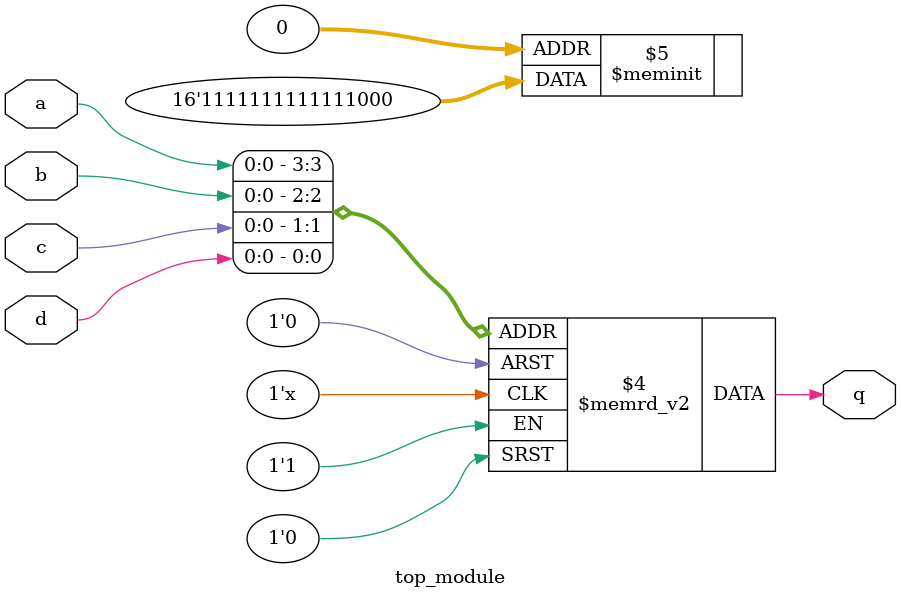
<source format=sv>
module top_module (
    input a, 
    input b, 
    input c, 
    input d,
    output reg q
);

    always @(*) begin
        case({a, b, c, d})
            4'b0000: q = 1'b0;
            4'b0001: q = 1'b0;
            4'b0010: q = 1'b0;
            4'b0011: q = 1'b1;
            4'b0100: q = 1'b1;
            4'b0101: q = 1'b1;
            4'b0110: q = 1'b1;
            4'b0111: q = 1'b1;
            4'b1000: q = 1'b1;
            4'b1001: q = 1'b1;
            4'b1010: q = 1'b1;
            4'b1011: q = 1'b1;
            4'b1100: q = 1'b1;
            4'b1101: q = 1'b1;
            4'b1110: q = 1'b1;
            4'b1111: q = 1'b1;
            default: q = 1'b0;
        endcase
    end
    
endmodule

</source>
